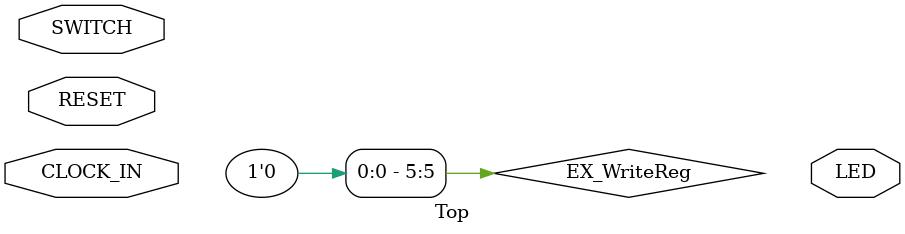
<source format=v>
`timescale 1ns / 1ps
module Top(CLOCK_IN, RESET, SWITCH, LED);
    input CLOCK_IN;
	 input RESET;
	 input [3:0] SWITCH;
	 output [3:0] LED;
    
	 reg [31:0] PC;
//IF->ID
     //wire
	   wire [31:0] IF_AddPlus4;
		wire [31:0] IF_Instruction;
		wire [31:0] NextPC;
		//reg
		reg [31:0] IF_ID_AddPlus4;
		reg [31:0] IF_ID_Instruction;
		
//ID->EX
     //wire
	   wire ID_RegDst;
		wire ID_AluSrc;
		wire ID_MemToReg;
		wire ID_RegWrite;
		wire ID_MemRead;
		wire ID_MemWrite;
		wire ID_Branch;
		wire [1:0] ID_AluOp;
		wire [31:0] ID_ReadData1;
		wire [31:0] ID_ReadData2;
		wire [31:0] ID_Signext;
	  //reg
	   reg ID_EX_RegDst;
	   reg ID_EX_AluSrc;
	   reg ID_EX_MemToReg;
	   reg ID_EX_RegWrite;
	   reg ID_EX_MemRead;
	   reg ID_EX_MemWrite;
	   reg ID_EX_Branch;
	   reg [1:0] ID_EX_AluOp;
	   reg [31:0] ID_EX_AddPlus4;
	   reg [31:0] ID_EX_ReadData1;
	   reg [31:0] ID_EX_ReadData2;
	   reg [31:0] ID_EX_Signext;
		reg [25:21] ID_EX_Inst25_21;
	   reg [20:16] ID_EX_Inst20_16;
	   reg [15:11] ID_EX_Inst15_11;

		
//EX->MEM
     //wire
	   wire [31:0] EX_AddRes;
		wire [31:0] Mux_IDEX_TO_ALU;
		wire [5:0] EX_WriteReg;
		wire EX_Zero;
		wire [31:0] EX_AluRes;
		wire [3:0] EX_AluCtr;
	  //reg
	   reg EX_MEM_MemToReg;
	   reg EX_MEM_RegWrite;
	   reg EX_MEM_MemRead;
	   reg EX_MEM_MemWrite;
	   reg EX_MEM_Branch;
	   reg [31:0] EX_MEM_AddRes;
	   reg EX_MEM_Zero;
	   reg [31:0] EX_MEM_AluRes;
	   reg [31:0] EX_MEM_ReadData2;
	   reg [4:0] EX_MEM_WriteReg;
		
//MEM->WB
     //wire
	   wire [31:0] MEM_ReadData;
	   wire MEM_PCSrc;
	  //reg 
	   reg [31:0] MEM_WB_ReadData;
	   reg [31:0] MEM_WB_AluRes;
	   reg [4:0] MEM_WB_WriteReg;
	   reg MEM_WB_MemToReg;
	   reg MEM_WB_RegWrite;
//After WB
      wire [31:0] WB_WriteData;
      
     	assign IF_AddPlus4 = PC + 4;
      assign NextPC = MEM_PCSrc?EX_MEM_AddRes:IF_AddPlus4;

      assign EX_AddRes = ID_EX_AddPlus4 + (ID_EX_Signext << 2);
      assign Mux_IDEX_TO_ALU =ID_EX_AluSrc?ID_EX_Signext:ID_EX_ReadData2;
		assign EX_WriteReg =ID_EX_RegDst?ID_EX_Inst15_11:ID_EX_Inst20_16;
		
		assign MEM_PCSrc = EX_MEM_Branch & EX_MEM_Zero;
		
		assign WB_WriteData = MEM_WB_MemToReg?MEM_WB_ReadData:MEM_WB_AluRes;

	 initial 
	 begin
	   PC <= 0;
		IF_ID_AddPlus4 <= 0;
	   IF_ID_Instruction <= 0;
		ID_EX_RegDst <= 0;
	   ID_EX_AluSrc <= 0;
	   ID_EX_MemToReg <= 0;
	   ID_EX_RegWrite <= 0;
	   ID_EX_MemRead <= 0;
	   ID_EX_MemWrite <= 0;
	   ID_EX_Branch <= 0;
	   ID_EX_AluOp <= 0;
	   ID_EX_AddPlus4 <= 0;
	   ID_EX_ReadData1 <= 0;
	   ID_EX_ReadData2 <= 0;
	   ID_EX_Signext <= 0;
	   ID_EX_Inst20_16 <= 0;
	   ID_EX_Inst15_11 <= 0;
		EX_MEM_MemToReg <= 0;
	   EX_MEM_RegWrite <= 0;
	   EX_MEM_MemRead <= 0;
	   EX_MEM_MemWrite <= 0;
	   EX_MEM_Branch <= 0;
	   EX_MEM_AddRes <= 0;
	   EX_MEM_Zero <= 0;
	   EX_MEM_AluRes <= 0;
	   EX_MEM_ReadData2 <= 0;
	   EX_MEM_WriteReg <= 0;
      MEM_WB_ReadData <= 0;
	   MEM_WB_AluRes <= 0;
	   MEM_WB_WriteReg <= 0;
	   MEM_WB_MemToReg <= 0;
	   MEM_WB_RegWrite <= 0;
	 end
	 
		//PC
	 InstructionMemory mainInstMem(
	   .IMaddress(PC),
	   .IMCLK(CLOCK_IN),
	   .IMRESET(RESET),
	   .IMreadData(IF_Instruction));
//clock_in, readReg1, readReg2, writeReg, regWrite, 
//writeData, readData1, readData2		
		register mainRegsiter(
		  .clock_in(CLOCK_IN),
		  .readReg1(IF_ID_Instruction[25:21]),
		  .readReg2(IF_ID_Instruction[20:16]),
		  .writeReg(MEM_WB_WriteReg),
		  .writeData(WB_WriteData),
		  .regWrite(MEM_WB_RegWrite),
	     .readData1(ID_ReadData1),
	     .readData2(ID_ReadData2),
		  .rst(RESET)
		  );
		  
		 signext mainSignext(
	        .inst(IF_ID_Instruction[15:0]),
	        .data(ID_Signext)
        );

       Ctr mainCtr(
	       .opCode(IF_ID_Instruction[31:26]),
	       .regDst(ID_RegDst),
	       .aluSrc(ID_AluSrc),
	       .memToReg(ID_MemToReg),
	       .regWrite(ID_RegWrite),
	       .memRead(ID_MemRead),
	       .memWrite(ID_MemWrite),
	       .branch(ID_Branch),
	       .aluOp(ID_AluOp)
	    );

//EX
  
       AluCtr mainAluCtr(
         .aluOp(ID_EX_AluOp),
         .funct(ID_EX_Signext[5:0]),
         .aluCtr(EX_AluCtr)
        ); 
  
       alu mainAlu(
          .input1(ID_EX_ReadData1),
	       .input2(Mux_IDEX_TO_ALU),
	       .aluCtr(EX_AluCtr),
	       .zero(EX_Zero),
	       .aluRes(EX_AluRes)
       );
  
//MEM


        date_memory mainMemory(
          .clock_in(CLOCK_IN),
          .address(EX_MEM_AluRes),
          .writeData(EX_MEM_ReadData2),
          .memWrite(EX_MEM_MemWrite),
          .memRead(EX_MEM_MemRead),
          .readData(MEM_ReadData)
        ); 

always @(posedge CLOCK_IN)
begin

   if (RESET == 1) 
	    begin
		  PC <= 0;
		  IF_ID_AddPlus4 <= 0;
	     IF_ID_Instruction <= 0;
		  ID_EX_RegDst <= 0;
	     ID_EX_AluSrc <= 0;
	     ID_EX_MemToReg <= 0;
	     ID_EX_RegWrite <= 0;
	     ID_EX_MemRead <= 0;
	     ID_EX_MemWrite <= 0;
	     ID_EX_Branch <= 0;
	     ID_EX_AluOp <= 0;
	     ID_EX_ReadData1 <= 0;
	     ID_EX_ReadData2 <= 0;
	     ID_EX_Signext <= 0;
		  ID_EX_Inst25_21 <= 0;
	     ID_EX_Inst20_16 <= 0;
	     ID_EX_Inst15_11 <= 0;
		  EX_MEM_MemToReg <= 0;
	     EX_MEM_RegWrite <= 0;
	     EX_MEM_MemRead <= 0;
	     EX_MEM_MemWrite <= 0;
	     EX_MEM_Branch <= 0;
	     EX_MEM_AddRes <= 0;
	     EX_MEM_Zero <= 0;
	     EX_MEM_AluRes <= 0;
	     EX_MEM_ReadData2 <= 0;
	     EX_MEM_WriteReg <= 0;
        MEM_WB_ReadData <= 0;
	     MEM_WB_AluRes <= 0;
	     MEM_WB_WriteReg <= 0;
	     MEM_WB_MemToReg <= 0;
	     MEM_WB_RegWrite <= 0;
		 end
	else if (MEM_PCSrc)
		begin
			PC <= NextPC;	
			
			MEM_WB_MemToReg <= EX_MEM_MemToReg;
			MEM_WB_RegWrite <= EX_MEM_RegWrite;
			MEM_WB_ReadData <= MEM_ReadData;
			MEM_WB_AluRes <= EX_MEM_AluRes;
			MEM_WB_WriteReg <= EX_MEM_WriteReg;
			
			IF_ID_AddPlus4 <= 0;
	      IF_ID_Instruction <= 0;
		   ID_EX_RegDst <= 0;
	      ID_EX_AluSrc <= 0;
	      ID_EX_MemToReg <= 0;
	      ID_EX_RegWrite <= 0;
	      ID_EX_MemRead <= 0;
	      ID_EX_MemWrite <= 0;
	      ID_EX_Branch <= 0;
	      ID_EX_AluOp <= 0;
	      ID_EX_ReadData1 <= 0;
	      ID_EX_ReadData2 <= 0;
	      ID_EX_Signext <= 0;
		   ID_EX_Inst25_21 <= 0;
	      ID_EX_Inst20_16 <= 0;
	      ID_EX_Inst15_11 <= 0;
		   EX_MEM_MemToReg <= 0;
	      EX_MEM_RegWrite <= 0;
	      EX_MEM_MemRead <= 0;
	      EX_MEM_MemWrite <= 0;
	      EX_MEM_Branch <= 0;
	      EX_MEM_AddRes <= 0;
	      EX_MEM_Zero <= 0;
	      EX_MEM_AluRes <= 0;
	      EX_MEM_ReadData2 <= 0;
	      EX_MEM_WriteReg <= 0;
		end
	else if ((((IF_ID_Instruction[25:21]==EX_MEM_WriteReg)||(IF_ID_Instruction[20:16]==EX_MEM_WriteReg))&&(EX_MEM_RegWrite==1))||(((IF_ID_Instruction[25:21]==MEM_WB_WriteReg)||(IF_ID_Instruction[20:16]==MEM_WB_WriteReg))&&(MEM_WB_RegWrite==1))||(((IF_ID_Instruction[25:21]==EX_WriteReg)||(IF_ID_Instruction[20:16]==EX_WriteReg))&&(ID_EX_RegWrite==1)))
	begin
			MEM_WB_MemToReg <= EX_MEM_MemToReg;
			MEM_WB_RegWrite <= EX_MEM_RegWrite;
			MEM_WB_ReadData <= MEM_ReadData;
			MEM_WB_AluRes <= EX_MEM_AluRes;
			MEM_WB_WriteReg <= EX_MEM_WriteReg;
			
			EX_MEM_MemToReg <= ID_EX_MemToReg;
			EX_MEM_RegWrite <= ID_EX_RegWrite;
			EX_MEM_MemRead <= ID_EX_MemRead;
			EX_MEM_MemWrite <= ID_EX_MemWrite;
			EX_MEM_Branch <= ID_EX_Branch;
			EX_MEM_AddRes <= EX_AddRes;
			EX_MEM_Zero <= EX_Zero;
			EX_MEM_AluRes <= EX_AluRes;
			EX_MEM_ReadData2 <= ID_EX_ReadData2;
			EX_MEM_WriteReg <= EX_WriteReg;
			
         ID_EX_RegDst <= 0;
			ID_EX_AluSrc <= 0;
			ID_EX_MemToReg <= 0;
			ID_EX_RegWrite <= 0;
			ID_EX_MemRead <= 0;
			ID_EX_MemWrite <= 0;
			ID_EX_Branch <= 0;
			ID_EX_AluOp <= 0;
			ID_EX_ReadData1 <= 0;
			ID_EX_ReadData2 <= 0;
			ID_EX_Signext <= 0;
			ID_EX_Inst25_21 <= 0;
			ID_EX_Inst20_16 <= 0;
			ID_EX_Inst15_11 <= 0;
	end

   else	
	begin
	 
	 PC <= NextPC;
  //IF_ID
   IF_ID_AddPlus4 <= IF_AddPlus4;
	IF_ID_Instruction <= IF_Instruction;
	
  //ID_EX	
	 ID_EX_RegDst <= ID_RegDst;
	 ID_EX_AluSrc <= ID_AluSrc;
	 ID_EX_MemToReg <= ID_MemToReg;
	 ID_EX_RegWrite <= ID_RegWrite;
	 ID_EX_MemRead <= ID_MemRead;
	 ID_EX_MemWrite <= ID_MemWrite;
	 ID_EX_Branch <= ID_Branch;
	 ID_EX_AluOp <= ID_AluOp;
	 ID_EX_AddPlus4 = IF_ID_AddPlus4;
	 ID_EX_ReadData1 <= ID_ReadData1;
	 ID_EX_ReadData2 <= ID_ReadData2;
	 ID_EX_Signext <= ID_Signext;
	 ID_EX_Inst25_21 <= IF_ID_Instruction[25:21];
	 ID_EX_Inst20_16 <= IF_ID_Instruction[20:16];
	 ID_EX_Inst15_11 <= IF_ID_Instruction[15:11];
	 
  //EX_MEM
    EX_MEM_MemToReg <= ID_EX_MemToReg;
	 EX_MEM_RegWrite <= ID_EX_RegWrite;
	 EX_MEM_MemRead <= ID_EX_MemRead;
	 EX_MEM_MemWrite <= ID_EX_MemWrite;
	 EX_MEM_Branch <= ID_EX_Branch;
	 EX_MEM_AddRes <= EX_AddRes;
	 EX_MEM_Zero <= EX_Zero;
	 EX_MEM_AluRes <= EX_AluRes;
	 EX_MEM_ReadData2 <= ID_EX_ReadData2;
	 EX_MEM_WriteReg <= EX_WriteReg;

 //MEM_WB
    MEM_WB_MemToReg <= EX_MEM_MemToReg;
	 MEM_WB_RegWrite <= EX_MEM_RegWrite;
	 MEM_WB_ReadData <= MEM_ReadData;
	 MEM_WB_AluRes <= EX_MEM_AluRes;
	 MEM_WB_WriteReg <= EX_MEM_WriteReg;
   end
	 
end		  
endmodule

</source>
